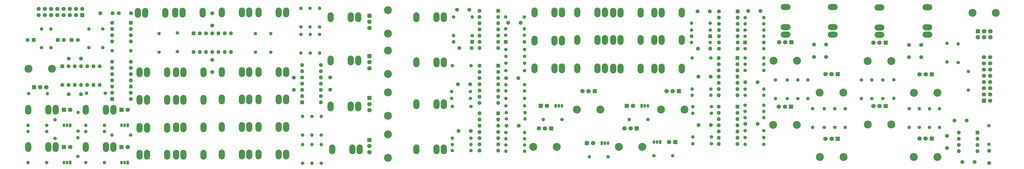
<source format=gbs>
G04 #@! TF.GenerationSoftware,KiCad,Pcbnew,(5.1.10)-1*
G04 #@! TF.CreationDate,2022-02-04T18:39:41-05:00*
G04 #@! TF.ProjectId,Utility_board,5574696c-6974-4795-9f62-6f6172642e6b,rev?*
G04 #@! TF.SameCoordinates,Original*
G04 #@! TF.FileFunction,Soldermask,Bot*
G04 #@! TF.FilePolarity,Negative*
%FSLAX46Y46*%
G04 Gerber Fmt 4.6, Leading zero omitted, Abs format (unit mm)*
G04 Created by KiCad (PCBNEW (5.1.10)-1) date 2022-02-04 18:39:41*
%MOMM*%
%LPD*%
G01*
G04 APERTURE LIST*
%ADD10C,1.400000*%
%ADD11O,1.400000X1.400000*%
%ADD12O,2.500000X4.000000*%
%ADD13R,1.050000X1.500000*%
%ADD14O,1.050000X1.500000*%
%ADD15C,1.600000*%
%ADD16R,1.600000X1.600000*%
%ADD17O,1.500000X1.500000*%
%ADD18R,1.500000X1.500000*%
%ADD19C,1.800000*%
%ADD20R,1.800000X1.800000*%
%ADD21C,1.700000*%
%ADD22O,1.600000X1.600000*%
%ADD23C,3.240000*%
%ADD24O,4.000000X2.500000*%
G04 APERTURE END LIST*
D10*
X427583600Y-79656940D03*
D11*
X427583600Y-87276940D03*
D12*
X35869000Y-73152000D03*
X44069000Y-73152000D03*
X47069000Y-73152000D03*
D13*
X293497000Y-86360000D03*
D14*
X290957000Y-86360000D03*
X292227000Y-86360000D03*
D15*
X211662000Y-47879000D03*
X216662000Y-47879000D03*
X313944000Y-48133000D03*
X308944000Y-48133000D03*
X35600000Y-44577000D03*
D16*
X38100000Y-44577000D03*
D15*
X56094000Y-44577000D03*
D16*
X53594000Y-44577000D03*
X47879000Y-44577000D03*
D15*
X50379000Y-44577000D03*
X314198000Y-79375000D03*
X309198000Y-79375000D03*
X230712000Y-60198000D03*
X235712000Y-60198000D03*
X52404000Y-66802000D03*
X57404000Y-66802000D03*
X230839000Y-79629000D03*
X235839000Y-79629000D03*
X333248000Y-61849000D03*
X328248000Y-61849000D03*
X309071000Y-59563000D03*
X314071000Y-59563000D03*
X159004000Y-64944000D03*
X159004000Y-59944000D03*
X333248000Y-78867000D03*
X328248000Y-78867000D03*
X110871000Y-33655000D03*
X110871000Y-38655000D03*
X110871000Y-52705000D03*
X110871000Y-57705000D03*
X211027000Y-62738000D03*
X216027000Y-62738000D03*
X57404000Y-52197000D03*
X52404000Y-52197000D03*
X216281000Y-81788000D03*
X211281000Y-81788000D03*
X144145000Y-60024000D03*
X144145000Y-65024000D03*
X77771000Y-33655000D03*
X72771000Y-33655000D03*
X70231000Y-33655000D03*
X65231000Y-33655000D03*
D17*
X209296000Y-45339000D03*
D18*
X216916000Y-45339000D03*
X313944000Y-43053000D03*
D17*
X306324000Y-43053000D03*
X238125000Y-45339000D03*
D18*
X230505000Y-45339000D03*
X328168000Y-45593000D03*
D17*
X335788000Y-45593000D03*
D19*
X266192000Y-86741000D03*
D20*
X263652000Y-86741000D03*
X299720000Y-86360000D03*
D19*
X297180000Y-86360000D03*
X247396000Y-71501000D03*
D20*
X244856000Y-71501000D03*
X279908000Y-71501000D03*
D19*
X282448000Y-71501000D03*
D20*
X50419000Y-73152000D03*
D19*
X52959000Y-73152000D03*
X76454000Y-73152000D03*
D20*
X73914000Y-73152000D03*
D19*
X52959000Y-88392000D03*
D20*
X50419000Y-88392000D03*
X73914000Y-88392000D03*
D19*
X76454000Y-88392000D03*
G36*
G01*
X58512000Y-35267000D02*
X57312000Y-35267000D01*
G75*
G02*
X57062000Y-35017000I0J250000D01*
G01*
X57062000Y-33817000D01*
G75*
G02*
X57312000Y-33567000I250000J0D01*
G01*
X58512000Y-33567000D01*
G75*
G02*
X58762000Y-33817000I0J-250000D01*
G01*
X58762000Y-35017000D01*
G75*
G02*
X58512000Y-35267000I-250000J0D01*
G01*
G37*
D21*
X55372000Y-34417000D03*
X52832000Y-34417000D03*
X50292000Y-34417000D03*
X47752000Y-34417000D03*
X45212000Y-34417000D03*
X42672000Y-34417000D03*
X40132000Y-34417000D03*
X57912000Y-31877000D03*
X55372000Y-31877000D03*
X52832000Y-31877000D03*
X50292000Y-31877000D03*
X47752000Y-31877000D03*
X45212000Y-31877000D03*
X42672000Y-31877000D03*
X40132000Y-31877000D03*
D13*
X269748000Y-86741000D03*
D14*
X272288000Y-86741000D03*
X271018000Y-86741000D03*
X252222000Y-71501000D03*
X253492000Y-71501000D03*
D13*
X250952000Y-71501000D03*
X286004000Y-71501000D03*
D14*
X288544000Y-71501000D03*
X287274000Y-71501000D03*
X51689000Y-79502000D03*
X50419000Y-79502000D03*
D13*
X52959000Y-79502000D03*
D14*
X75184000Y-79502000D03*
X73914000Y-79502000D03*
D13*
X76454000Y-79502000D03*
D14*
X51689000Y-94742000D03*
X50419000Y-94742000D03*
D13*
X52959000Y-94742000D03*
X76454000Y-94742000D03*
D14*
X73914000Y-94742000D03*
X75184000Y-94742000D03*
D10*
X230759000Y-76835000D03*
D11*
X238379000Y-76835000D03*
X238379000Y-74295000D03*
D10*
X230759000Y-74295000D03*
D11*
X335788000Y-76327000D03*
D10*
X328168000Y-76327000D03*
X328168000Y-71247000D03*
D11*
X335788000Y-71247000D03*
X238252000Y-54102000D03*
D10*
X230632000Y-54102000D03*
D11*
X238252000Y-57150000D03*
D10*
X230632000Y-57150000D03*
X328168000Y-57023000D03*
D11*
X335788000Y-57023000D03*
X335788000Y-54483000D03*
D10*
X328168000Y-54483000D03*
X230632000Y-71501000D03*
D11*
X238252000Y-71501000D03*
X335788000Y-73787000D03*
D10*
X328168000Y-73787000D03*
D11*
X238252000Y-48514000D03*
D10*
X230632000Y-48514000D03*
X328168000Y-51943000D03*
D11*
X335788000Y-51943000D03*
D10*
X230632000Y-82423000D03*
D11*
X238252000Y-82423000D03*
X335788000Y-84455000D03*
D10*
X328168000Y-84455000D03*
D11*
X230632000Y-51308000D03*
D10*
X238252000Y-51308000D03*
X216408000Y-84709000D03*
D11*
X208788000Y-84709000D03*
D10*
X328168000Y-64643000D03*
D11*
X335788000Y-64643000D03*
X306832000Y-84201000D03*
D10*
X314452000Y-84201000D03*
D11*
X208534000Y-65659000D03*
D10*
X216154000Y-65659000D03*
X314198000Y-64643000D03*
D11*
X306578000Y-64643000D03*
X216408000Y-87376000D03*
D10*
X208788000Y-87376000D03*
X314452000Y-86995000D03*
D11*
X306832000Y-86995000D03*
D10*
X216154000Y-68453000D03*
D11*
X208534000Y-68453000D03*
X306578000Y-67183000D03*
D10*
X314198000Y-67183000D03*
D11*
X238252000Y-87503000D03*
D10*
X230632000Y-87503000D03*
X335788000Y-81661000D03*
D11*
X328168000Y-81661000D03*
D10*
X230632000Y-68453000D03*
D11*
X238252000Y-68453000D03*
X335788000Y-67183000D03*
D10*
X328168000Y-67183000D03*
D11*
X230632000Y-90043000D03*
D10*
X238252000Y-90043000D03*
X335788000Y-87249000D03*
D11*
X328168000Y-87249000D03*
D10*
X238252000Y-62865000D03*
D11*
X230632000Y-62865000D03*
X230632000Y-84963000D03*
D10*
X238252000Y-84963000D03*
X208788000Y-89789000D03*
D11*
X216408000Y-89789000D03*
X328168000Y-37973000D03*
D10*
X335788000Y-37973000D03*
D11*
X306324000Y-37719000D03*
D10*
X313944000Y-37719000D03*
D11*
X306324000Y-45593000D03*
D10*
X313944000Y-45593000D03*
D11*
X230632000Y-65405000D03*
D10*
X238252000Y-65405000D03*
X230505000Y-42672000D03*
D11*
X238125000Y-42672000D03*
D10*
X328168000Y-40513000D03*
D11*
X335788000Y-40513000D03*
D10*
X328168000Y-48133000D03*
D11*
X335788000Y-48133000D03*
D10*
X216916000Y-42799000D03*
D11*
X209296000Y-42799000D03*
X306324000Y-40513000D03*
D10*
X313944000Y-40513000D03*
X230505000Y-40005000D03*
D11*
X238125000Y-40005000D03*
X264668000Y-92329000D03*
D10*
X272288000Y-92329000D03*
X328168000Y-43053000D03*
D11*
X335788000Y-43053000D03*
D10*
X290957000Y-91948000D03*
D11*
X298577000Y-91948000D03*
D10*
X253492000Y-77089000D03*
D11*
X245872000Y-77089000D03*
X280924000Y-77089000D03*
D10*
X288544000Y-77089000D03*
D11*
X216916000Y-35179000D03*
D10*
X209296000Y-35179000D03*
X314452000Y-74549000D03*
D11*
X306832000Y-74549000D03*
X230505000Y-35179000D03*
D10*
X238125000Y-35179000D03*
D11*
X335788000Y-35433000D03*
D10*
X328168000Y-35433000D03*
X216408000Y-71755000D03*
D11*
X208788000Y-71755000D03*
X306832000Y-71882000D03*
D10*
X314452000Y-71882000D03*
X216408000Y-55118000D03*
D11*
X208788000Y-55118000D03*
D10*
X314198000Y-51943000D03*
D11*
X306578000Y-51943000D03*
X154686000Y-31623000D03*
D10*
X154686000Y-39243000D03*
D11*
X150876000Y-42291000D03*
D10*
X150876000Y-49911000D03*
X151511000Y-75819000D03*
D11*
X151511000Y-83439000D03*
D10*
X151511000Y-87376000D03*
D11*
X151511000Y-94996000D03*
X147066000Y-31623000D03*
D10*
X147066000Y-39243000D03*
D11*
X147066000Y-49911000D03*
D10*
X147066000Y-42291000D03*
X147701000Y-83439000D03*
D11*
X147701000Y-75819000D03*
X147701000Y-87376000D03*
D10*
X147701000Y-94996000D03*
X150749000Y-31623000D03*
D11*
X150749000Y-39243000D03*
D10*
X154686000Y-42291000D03*
D11*
X154686000Y-49911000D03*
X155321000Y-75819000D03*
D10*
X155321000Y-83439000D03*
X155321000Y-94996000D03*
D11*
X155321000Y-87376000D03*
X77724000Y-49022000D03*
D10*
X70104000Y-49022000D03*
X66294000Y-40132000D03*
D11*
X66294000Y-47752000D03*
X35814000Y-79502000D03*
D10*
X43434000Y-79502000D03*
D11*
X35814000Y-82042000D03*
D10*
X43434000Y-82042000D03*
X66929000Y-79502000D03*
D11*
X59309000Y-79502000D03*
X59309000Y-82042000D03*
D10*
X66929000Y-82042000D03*
D11*
X35814000Y-94742000D03*
D10*
X43434000Y-94742000D03*
X56134000Y-92202000D03*
D11*
X56134000Y-84582000D03*
D10*
X66929000Y-94742000D03*
D11*
X59309000Y-94742000D03*
X69977000Y-83439000D03*
D10*
X77597000Y-83439000D03*
D22*
X219837000Y-55118000D03*
X227457000Y-70358000D03*
X219837000Y-57658000D03*
X227457000Y-67818000D03*
X219837000Y-60198000D03*
X227457000Y-65278000D03*
X219837000Y-62738000D03*
X227457000Y-62738000D03*
X219837000Y-65278000D03*
X227457000Y-60198000D03*
X219837000Y-67818000D03*
X227457000Y-57658000D03*
X219837000Y-70358000D03*
D16*
X227457000Y-55118000D03*
X227457000Y-74549000D03*
D22*
X219837000Y-89789000D03*
X227457000Y-77089000D03*
X219837000Y-87249000D03*
X227457000Y-79629000D03*
X219837000Y-84709000D03*
X227457000Y-82169000D03*
X219837000Y-82169000D03*
X227457000Y-84709000D03*
X219837000Y-79629000D03*
X227457000Y-87249000D03*
X219837000Y-77089000D03*
X227457000Y-89789000D03*
X219837000Y-74549000D03*
X317373000Y-51943000D03*
X324993000Y-67183000D03*
X317373000Y-54483000D03*
X324993000Y-64643000D03*
X317373000Y-57023000D03*
X324993000Y-62103000D03*
X317373000Y-59563000D03*
X324993000Y-59563000D03*
X317373000Y-62103000D03*
X324993000Y-57023000D03*
X317373000Y-64643000D03*
X324993000Y-54483000D03*
X317373000Y-67183000D03*
D16*
X324993000Y-51943000D03*
X324993000Y-71882000D03*
D22*
X317373000Y-87122000D03*
X324993000Y-74422000D03*
X317373000Y-84582000D03*
X324993000Y-76962000D03*
X317373000Y-82042000D03*
X324993000Y-79502000D03*
X317373000Y-79502000D03*
X324993000Y-82042000D03*
X317373000Y-76962000D03*
X324993000Y-84582000D03*
X317373000Y-74422000D03*
X324993000Y-87122000D03*
X317373000Y-71882000D03*
D16*
X103251000Y-41910000D03*
D22*
X118491000Y-49530000D03*
X105791000Y-41910000D03*
X115951000Y-49530000D03*
X108331000Y-41910000D03*
X113411000Y-49530000D03*
X110871000Y-41910000D03*
X110871000Y-49530000D03*
X113411000Y-41910000D03*
X108331000Y-49530000D03*
X115951000Y-41910000D03*
X105791000Y-49530000D03*
X118491000Y-41910000D03*
X103251000Y-49530000D03*
D16*
X147574000Y-70104000D03*
D22*
X155194000Y-54864000D03*
X147574000Y-67564000D03*
X155194000Y-57404000D03*
X147574000Y-65024000D03*
X155194000Y-59944000D03*
X147574000Y-62484000D03*
X155194000Y-62484000D03*
X147574000Y-59944000D03*
X155194000Y-65024000D03*
X147574000Y-57404000D03*
X155194000Y-67564000D03*
X147574000Y-54864000D03*
X155194000Y-70104000D03*
D16*
X49784000Y-55372000D03*
D22*
X65024000Y-62992000D03*
X52324000Y-55372000D03*
X62484000Y-62992000D03*
X54864000Y-55372000D03*
X59944000Y-62992000D03*
X57404000Y-55372000D03*
X57404000Y-62992000D03*
X59944000Y-55372000D03*
X54864000Y-62992000D03*
X62484000Y-55372000D03*
X52324000Y-62992000D03*
X65024000Y-55372000D03*
X49784000Y-62992000D03*
X219837000Y-32639000D03*
X227457000Y-47879000D03*
X219837000Y-35179000D03*
X227457000Y-45339000D03*
X219837000Y-37719000D03*
X227457000Y-42799000D03*
X219837000Y-40259000D03*
X227457000Y-40259000D03*
X219837000Y-42799000D03*
X227457000Y-37719000D03*
X219837000Y-45339000D03*
X227457000Y-35179000D03*
X219837000Y-47879000D03*
D16*
X227457000Y-32639000D03*
D22*
X317500000Y-32893000D03*
X325120000Y-48133000D03*
X317500000Y-35433000D03*
X325120000Y-45593000D03*
X317500000Y-37973000D03*
X325120000Y-43053000D03*
X317500000Y-40513000D03*
X325120000Y-40513000D03*
X317500000Y-43053000D03*
X325120000Y-37973000D03*
X317500000Y-45593000D03*
X325120000Y-35433000D03*
X317500000Y-48133000D03*
D16*
X325120000Y-32893000D03*
D12*
X270957000Y-44577000D03*
X267957000Y-44577000D03*
X259757000Y-44577000D03*
X302332000Y-44577000D03*
X294132000Y-44577000D03*
X291132000Y-44577000D03*
X253457000Y-44831000D03*
X250457000Y-44831000D03*
X242257000Y-44831000D03*
X285568000Y-44577000D03*
X277368000Y-44577000D03*
X274368000Y-44577000D03*
X259757000Y-33295000D03*
X267957000Y-33295000D03*
X270957000Y-33295000D03*
X302332000Y-33401000D03*
X294132000Y-33401000D03*
X291132000Y-33401000D03*
X242257000Y-33295000D03*
X250457000Y-33295000D03*
X253457000Y-33295000D03*
X274368000Y-33401000D03*
X277368000Y-33401000D03*
X285568000Y-33401000D03*
X259757000Y-56211000D03*
X267957000Y-56211000D03*
X270957000Y-56211000D03*
X291132000Y-56261000D03*
X294132000Y-56261000D03*
X302332000Y-56261000D03*
X253457000Y-56211000D03*
X250457000Y-56211000D03*
X242257000Y-56211000D03*
X274368000Y-56261000D03*
X277368000Y-56261000D03*
X285568000Y-56261000D03*
X126001000Y-33295000D03*
X123001000Y-33295000D03*
X114801000Y-33295000D03*
X91766000Y-33540000D03*
X83566000Y-33540000D03*
X80566000Y-33540000D03*
X107006000Y-33380000D03*
X98806000Y-33380000D03*
X95806000Y-33380000D03*
X129801000Y-33295000D03*
X138001000Y-33295000D03*
X141001000Y-33295000D03*
X114801000Y-57700000D03*
X123001000Y-57700000D03*
X126001000Y-57700000D03*
X126001000Y-68930000D03*
X123001000Y-68930000D03*
X114801000Y-68930000D03*
X114801000Y-80160000D03*
X123001000Y-80160000D03*
X126001000Y-80160000D03*
X81291000Y-91525000D03*
X84291000Y-91525000D03*
X92491000Y-91525000D03*
X92491000Y-80455000D03*
X84291000Y-80455000D03*
X81291000Y-80455000D03*
X81291000Y-69065000D03*
X84291000Y-69065000D03*
X92491000Y-69065000D03*
X96136000Y-91525000D03*
X99136000Y-91525000D03*
X107336000Y-91525000D03*
X107336000Y-80295000D03*
X99136000Y-80295000D03*
X96136000Y-80295000D03*
X96136000Y-69065000D03*
X99136000Y-69065000D03*
X107336000Y-69065000D03*
X126001000Y-91390000D03*
X123001000Y-91390000D03*
X114801000Y-91390000D03*
X141001000Y-57700000D03*
X138001000Y-57700000D03*
X129801000Y-57700000D03*
X129801000Y-68930000D03*
X138001000Y-68930000D03*
X141001000Y-68930000D03*
X141001000Y-80160000D03*
X138001000Y-80160000D03*
X129801000Y-80160000D03*
X92491000Y-57835000D03*
X84291000Y-57835000D03*
X81291000Y-57835000D03*
X96136000Y-57835000D03*
X99136000Y-57835000D03*
X107336000Y-57835000D03*
X129801000Y-91390000D03*
X138001000Y-91390000D03*
X141001000Y-91390000D03*
X170386000Y-35306000D03*
X167386000Y-35306000D03*
X159186000Y-35306000D03*
X159186000Y-52959000D03*
X167386000Y-52959000D03*
X170386000Y-52959000D03*
X170386000Y-71755000D03*
X167386000Y-71755000D03*
X159186000Y-71755000D03*
X171021000Y-89281000D03*
X168021000Y-89281000D03*
X159821000Y-89281000D03*
X205311000Y-35306000D03*
X202311000Y-35306000D03*
X194111000Y-35306000D03*
X194111000Y-53721000D03*
X202311000Y-53721000D03*
X205311000Y-53721000D03*
X194111000Y-70866000D03*
X202311000Y-70866000D03*
X205311000Y-70866000D03*
X194111000Y-89281000D03*
X202311000Y-89281000D03*
X205311000Y-89281000D03*
D16*
X77724000Y-37592000D03*
D22*
X70104000Y-45212000D03*
X77724000Y-40132000D03*
X70104000Y-42672000D03*
X77724000Y-42672000D03*
X70104000Y-40132000D03*
X77724000Y-45212000D03*
X70104000Y-37592000D03*
D12*
X70564000Y-73152000D03*
X67564000Y-73152000D03*
X59364000Y-73152000D03*
X35869000Y-88392000D03*
X44069000Y-88392000D03*
X47069000Y-88392000D03*
X70564000Y-88392000D03*
X67564000Y-88392000D03*
X59364000Y-88392000D03*
D16*
X70104000Y-68707000D03*
D22*
X77724000Y-53467000D03*
X70104000Y-66167000D03*
X77724000Y-56007000D03*
X70104000Y-63627000D03*
X77724000Y-58547000D03*
X70104000Y-61087000D03*
X77724000Y-61087000D03*
X70104000Y-58547000D03*
X77724000Y-63627000D03*
X70104000Y-56007000D03*
X77724000Y-66167000D03*
X70104000Y-53467000D03*
X77724000Y-68707000D03*
D20*
X175006000Y-34671000D03*
D19*
X175006000Y-37171000D03*
X175006000Y-39671000D03*
D23*
X182506000Y-41971000D03*
X182506000Y-32371000D03*
X182506000Y-48881000D03*
X182506000Y-58481000D03*
D19*
X175006000Y-56181000D03*
X175006000Y-53681000D03*
D20*
X175006000Y-51181000D03*
D23*
X182506000Y-66026000D03*
X182506000Y-75626000D03*
D19*
X175006000Y-73326000D03*
X175006000Y-70826000D03*
D20*
X175006000Y-68326000D03*
X175006000Y-85471000D03*
D19*
X175006000Y-87971000D03*
X175006000Y-90471000D03*
D23*
X182506000Y-92771000D03*
X182506000Y-83171000D03*
D20*
X38227000Y-63881000D03*
D19*
X40727000Y-63881000D03*
X43227000Y-63881000D03*
D23*
X45527000Y-56381000D03*
X35927000Y-56381000D03*
D20*
X266827000Y-65532000D03*
D19*
X264327000Y-65532000D03*
X261827000Y-65532000D03*
D23*
X259527000Y-73032000D03*
X269127000Y-73032000D03*
D20*
X301117000Y-65532000D03*
D19*
X298617000Y-65532000D03*
X296117000Y-65532000D03*
D23*
X293817000Y-73032000D03*
X303417000Y-73032000D03*
X251347000Y-88272000D03*
X241747000Y-88272000D03*
D19*
X244047000Y-80772000D03*
X246547000Y-80772000D03*
D20*
X249047000Y-80772000D03*
D23*
X286272000Y-88272000D03*
X276672000Y-88272000D03*
D19*
X278972000Y-80772000D03*
X281472000Y-80772000D03*
D20*
X283972000Y-80772000D03*
D10*
X60579000Y-47752000D03*
D11*
X60579000Y-40132000D03*
D10*
X45085000Y-47752000D03*
D11*
X45085000Y-40132000D03*
X41275000Y-40132000D03*
D10*
X41275000Y-47752000D03*
D15*
X231584500Y-37592000D03*
X236584500Y-37592000D03*
X421744140Y-94447360D03*
X416744140Y-94447360D03*
X413480240Y-77536040D03*
X418480240Y-77536040D03*
X308737000Y-32893000D03*
X313737000Y-32893000D03*
X399986500Y-51625500D03*
X399986500Y-46625500D03*
X356298500Y-46498500D03*
X356298500Y-51498500D03*
X361188000Y-51498500D03*
X361188000Y-46498500D03*
X394970000Y-46625500D03*
X394970000Y-51625500D03*
X410423360Y-83794600D03*
X410423360Y-88794600D03*
X427609000Y-89899480D03*
X427609000Y-94899480D03*
D11*
X403352000Y-72707500D03*
D10*
X403352000Y-80327500D03*
D11*
X399224500Y-72707500D03*
D10*
X399224500Y-80327500D03*
X349694500Y-68516500D03*
D11*
X349694500Y-60896500D03*
X345313000Y-60896500D03*
D10*
X345313000Y-68516500D03*
X364744000Y-80327500D03*
D11*
X364744000Y-72707500D03*
X360426000Y-72707500D03*
D10*
X360426000Y-80327500D03*
D11*
X384302000Y-60896500D03*
D10*
X384302000Y-68516500D03*
X379793500Y-68516500D03*
D11*
X379793500Y-60896500D03*
D10*
X407416000Y-72707500D03*
D11*
X407416000Y-80327500D03*
X395033500Y-80327500D03*
D10*
X395033500Y-72707500D03*
D11*
X353758500Y-68516500D03*
D10*
X353758500Y-60896500D03*
X340550500Y-60896500D03*
D11*
X340550500Y-68516500D03*
X368998500Y-80327500D03*
D10*
X368998500Y-72707500D03*
X355663500Y-72707500D03*
D11*
X355663500Y-80327500D03*
X388747000Y-68453000D03*
D10*
X388747000Y-60833000D03*
X375539000Y-60896500D03*
D11*
X375539000Y-68516500D03*
X410446220Y-53578760D03*
D10*
X410446220Y-45958760D03*
D11*
X414990280Y-46192440D03*
D10*
X414990280Y-53812440D03*
X419138100Y-65057020D03*
D11*
X419138100Y-57437020D03*
D20*
X404290500Y-58667000D03*
D19*
X401790500Y-58667000D03*
X399290500Y-58667000D03*
D23*
X396990500Y-66167000D03*
X406590500Y-66167000D03*
X349313500Y-53022500D03*
X339713500Y-53022500D03*
D19*
X342013500Y-45522500D03*
X344513500Y-45522500D03*
D20*
X347013500Y-45522500D03*
D23*
X368184500Y-66103500D03*
X358584500Y-66103500D03*
D19*
X360884500Y-58603500D03*
X363384500Y-58603500D03*
D20*
X365884500Y-58603500D03*
D23*
X387742500Y-53213000D03*
X378142500Y-53213000D03*
D19*
X380442500Y-45713000D03*
X382942500Y-45713000D03*
D20*
X385442500Y-45713000D03*
X404227000Y-84892500D03*
D19*
X401727000Y-84892500D03*
X399227000Y-84892500D03*
D23*
X396927000Y-92392500D03*
X406527000Y-92392500D03*
X349200500Y-79318500D03*
X339600500Y-79318500D03*
D19*
X341900500Y-71818500D03*
X344400500Y-71818500D03*
D20*
X346900500Y-71818500D03*
X365950500Y-84963000D03*
D19*
X363450500Y-84963000D03*
X360950500Y-84963000D03*
D23*
X358650500Y-92463000D03*
X368250500Y-92463000D03*
D20*
X385445000Y-71628000D03*
D19*
X382945000Y-71628000D03*
X380445000Y-71628000D03*
D23*
X378145000Y-79128000D03*
X387745000Y-79128000D03*
D24*
X402526500Y-42418000D03*
X402526500Y-39418000D03*
X402526500Y-31218000D03*
X344678000Y-31154500D03*
X344678000Y-39354500D03*
X344678000Y-42354500D03*
X363855000Y-42354500D03*
X363855000Y-39354500D03*
X363855000Y-31154500D03*
X382905000Y-42481500D03*
X382905000Y-39481500D03*
X382905000Y-31281500D03*
D15*
X210693000Y-32258000D03*
X215693000Y-32258000D03*
X334391000Y-32766000D03*
X329391000Y-32766000D03*
D19*
X423100500Y-43521000D03*
X425600500Y-43521000D03*
X428100500Y-43521000D03*
D23*
X420850500Y-33521000D03*
X430350500Y-33521000D03*
D19*
X428100500Y-41021000D03*
X425600500Y-41021000D03*
D20*
X423100500Y-41021000D03*
G36*
G01*
X424691440Y-70002960D02*
X424691440Y-68802960D01*
G75*
G02*
X424941440Y-68552960I250000J0D01*
G01*
X426141440Y-68552960D01*
G75*
G02*
X426391440Y-68802960I0J-250000D01*
G01*
X426391440Y-70002960D01*
G75*
G02*
X426141440Y-70252960I-250000J0D01*
G01*
X424941440Y-70252960D01*
G75*
G02*
X424691440Y-70002960I0J250000D01*
G01*
G37*
D21*
X425541440Y-66862960D03*
X425541440Y-64322960D03*
X425541440Y-61782960D03*
X425541440Y-59242960D03*
X425541440Y-56702960D03*
X425541440Y-54162960D03*
X425541440Y-51622960D03*
X428081440Y-69402960D03*
X428081440Y-66862960D03*
X428081440Y-64322960D03*
X428081440Y-61782960D03*
X428081440Y-59242960D03*
X428081440Y-56702960D03*
X428081440Y-54162960D03*
X428081440Y-51622960D03*
D10*
X128478280Y-49565560D03*
D11*
X128478280Y-41945560D03*
X89179400Y-41945560D03*
D10*
X89179400Y-49565560D03*
X96641920Y-49367440D03*
D11*
X96641920Y-41747440D03*
X134741920Y-41945560D03*
D10*
X134741920Y-49565560D03*
D16*
X422894760Y-82453480D03*
D22*
X415274760Y-90073480D03*
X422894760Y-84993480D03*
X415274760Y-87533480D03*
X422894760Y-87533480D03*
X415274760Y-84993480D03*
X422894760Y-90073480D03*
X415274760Y-82453480D03*
D11*
X43662600Y-66522600D03*
D10*
X36042600Y-66522600D03*
X67259200Y-66344800D03*
D11*
X59639200Y-66344800D03*
D10*
X46761400Y-84785200D03*
D11*
X46761400Y-77165200D03*
X56184800Y-74218800D03*
D10*
X56184800Y-81838800D03*
M02*

</source>
